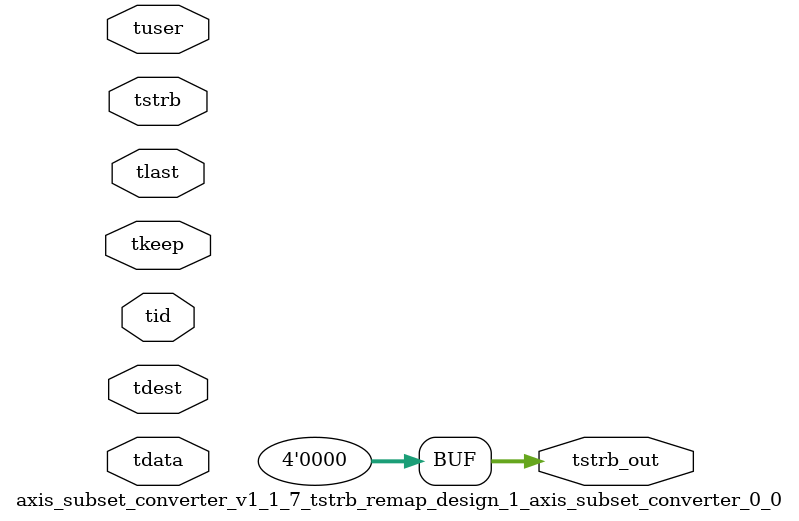
<source format=v>


`timescale 1ps/1ps

module axis_subset_converter_v1_1_7_tstrb_remap_design_1_axis_subset_converter_0_0 #
(
parameter C_S_AXIS_TDATA_WIDTH = 32,
parameter C_S_AXIS_TUSER_WIDTH = 0,
parameter C_S_AXIS_TID_WIDTH   = 0,
parameter C_S_AXIS_TDEST_WIDTH = 0,
parameter C_M_AXIS_TDATA_WIDTH = 32
)
(
input  [(C_S_AXIS_TDATA_WIDTH == 0 ? 1 : C_S_AXIS_TDATA_WIDTH)-1:0     ] tdata,
input  [(C_S_AXIS_TUSER_WIDTH == 0 ? 1 : C_S_AXIS_TUSER_WIDTH)-1:0     ] tuser,
input  [(C_S_AXIS_TID_WIDTH   == 0 ? 1 : C_S_AXIS_TID_WIDTH)-1:0       ] tid,
input  [(C_S_AXIS_TDEST_WIDTH == 0 ? 1 : C_S_AXIS_TDEST_WIDTH)-1:0     ] tdest,
input  [(C_S_AXIS_TDATA_WIDTH/8)-1:0 ] tkeep,
input  [(C_S_AXIS_TDATA_WIDTH/8)-1:0 ] tstrb,
input                                                                    tlast,
output [(C_M_AXIS_TDATA_WIDTH/8)-1:0 ] tstrb_out
);

assign tstrb_out = {1'b0};

endmodule


</source>
